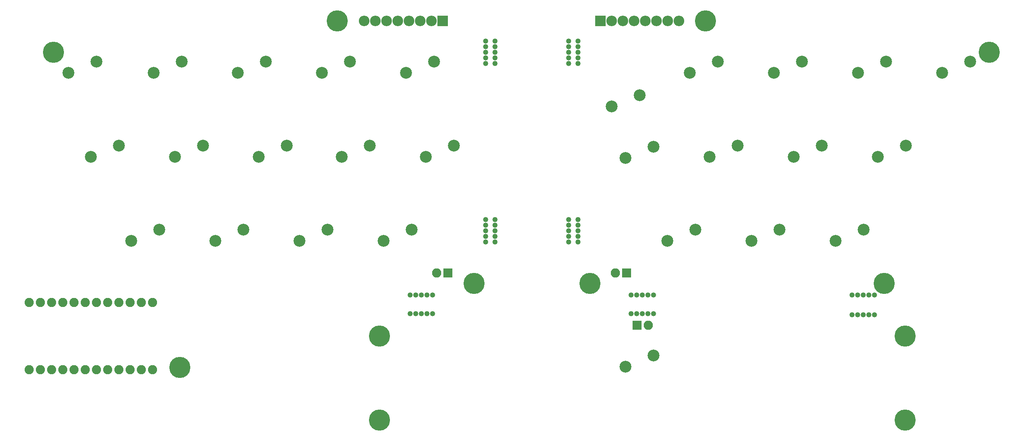
<source format=gts>
G04 #@! TF.GenerationSoftware,KiCad,Pcbnew,(5.1.4)-1*
G04 #@! TF.CreationDate,2021-04-23T00:42:13+10:00*
G04 #@! TF.ProjectId,pain27divided3,7061696e-3237-4646-9976-69646564332e,rev?*
G04 #@! TF.SameCoordinates,Original*
G04 #@! TF.FileFunction,Soldermask,Top*
G04 #@! TF.FilePolarity,Negative*
%FSLAX46Y46*%
G04 Gerber Fmt 4.6, Leading zero omitted, Abs format (unit mm)*
G04 Created by KiCad (PCBNEW (5.1.4)-1) date 2021-04-23 00:42:13*
%MOMM*%
%LPD*%
G04 APERTURE LIST*
%ADD10C,1.187400*%
%ADD11R,2.100000X2.100000*%
%ADD12O,2.100000X2.100000*%
%ADD13C,1.100000*%
%ADD14C,4.800000*%
%ADD15C,2.082800*%
%ADD16O,2.398980X2.398980*%
%ADD17R,2.398980X2.398980*%
%ADD18C,2.686000*%
G04 APERTURE END LIST*
D10*
X178575000Y-45239000D03*
X178575000Y-46509000D03*
X178575000Y-47779000D03*
X178575000Y-43969000D03*
X178575000Y-42699000D03*
X195242000Y-42699000D03*
X195242000Y-43969000D03*
X195242000Y-47779000D03*
X195242000Y-46509000D03*
X195242000Y-45239000D03*
X195242000Y-85716000D03*
X195242000Y-86986000D03*
X195242000Y-88256000D03*
X195242000Y-84446000D03*
X195242000Y-83176000D03*
X178575000Y-83176000D03*
X178575000Y-84446000D03*
X178575000Y-88256000D03*
X178575000Y-86986000D03*
X178575000Y-85716000D03*
D11*
X210750000Y-107150000D03*
D12*
X213290000Y-107150000D03*
D11*
X208358950Y-95250400D03*
D12*
X205818950Y-95250400D03*
D11*
X167878830Y-95250400D03*
D12*
X165338830Y-95250400D03*
D13*
X108323426Y-115515014D03*
X107156700Y-115031740D03*
X105989974Y-115515014D03*
X105506700Y-116681740D03*
X105989974Y-117848466D03*
X107156700Y-118331740D03*
X108323426Y-117848466D03*
X108806700Y-116681740D03*
D14*
X107156700Y-116681740D03*
X173831980Y-97631660D03*
D13*
X175481980Y-97631660D03*
X174998706Y-98798386D03*
X173831980Y-99281660D03*
X172665254Y-98798386D03*
X172181980Y-97631660D03*
X172665254Y-96464934D03*
X173831980Y-95981660D03*
X174998706Y-96464934D03*
X201191266Y-96464934D03*
X200024540Y-95981660D03*
X198857814Y-96464934D03*
X198374540Y-97631660D03*
X198857814Y-98798386D03*
X200024540Y-99281660D03*
X201191266Y-98798386D03*
X201674540Y-97631660D03*
D14*
X200024540Y-97631660D03*
X271434000Y-109526000D03*
D13*
X273084000Y-109526000D03*
X272600726Y-110692726D03*
X271434000Y-111176000D03*
X270267274Y-110692726D03*
X269784000Y-109526000D03*
X270267274Y-108359274D03*
X271434000Y-107876000D03*
X272600726Y-108359274D03*
D14*
X271434000Y-128574000D03*
D13*
X273084000Y-128574000D03*
X272600726Y-129740726D03*
X271434000Y-130224000D03*
X270267274Y-129740726D03*
X269784000Y-128574000D03*
X270267274Y-127407274D03*
X271434000Y-126924000D03*
X272600726Y-127407274D03*
D14*
X152384000Y-128574000D03*
D13*
X154034000Y-128574000D03*
X153550726Y-129740726D03*
X152384000Y-130224000D03*
X151217274Y-129740726D03*
X150734000Y-128574000D03*
X151217274Y-127407274D03*
X152384000Y-126924000D03*
X153550726Y-127407274D03*
D14*
X152384000Y-109526000D03*
D13*
X154034000Y-109526000D03*
X153550726Y-110692726D03*
X152384000Y-111176000D03*
X151217274Y-110692726D03*
X150734000Y-109526000D03*
X151217274Y-108359274D03*
X152384000Y-107876000D03*
X153550726Y-108359274D03*
D14*
X266672000Y-97621000D03*
D13*
X268322000Y-97621000D03*
X267838726Y-98787726D03*
X266672000Y-99271000D03*
X265505274Y-98787726D03*
X265022000Y-97621000D03*
X265505274Y-96454274D03*
X266672000Y-95971000D03*
X267838726Y-96454274D03*
D14*
X290482000Y-45239000D03*
D13*
X292132000Y-45239000D03*
X291648726Y-46405726D03*
X290482000Y-46889000D03*
X289315274Y-46405726D03*
X288832000Y-45239000D03*
X289315274Y-44072274D03*
X290482000Y-43589000D03*
X291648726Y-44072274D03*
D14*
X78573000Y-45239000D03*
D13*
X80223000Y-45239000D03*
X79739726Y-46405726D03*
X78573000Y-46889000D03*
X77406274Y-46405726D03*
X76923000Y-45239000D03*
X77406274Y-44072274D03*
X78573000Y-43589000D03*
X79739726Y-44072274D03*
D14*
X142860000Y-38096000D03*
D13*
X144510000Y-38096000D03*
X144026726Y-39262726D03*
X142860000Y-39746000D03*
X141693274Y-39262726D03*
X141210000Y-38096000D03*
X141693274Y-36929274D03*
X142860000Y-36446000D03*
X144026726Y-36929274D03*
D10*
X261910000Y-100256000D03*
X260640000Y-100256000D03*
X259370000Y-100256000D03*
X263180000Y-100256000D03*
X264450000Y-100256000D03*
X197369000Y-45239000D03*
X197369000Y-43969000D03*
X197369000Y-42699000D03*
X197369000Y-46509000D03*
X197369000Y-47779000D03*
X176448000Y-45239000D03*
X176448000Y-46509000D03*
X176448000Y-47779000D03*
X176448000Y-43969000D03*
X176448000Y-42699000D03*
X197369000Y-85716000D03*
X197369000Y-84446000D03*
X197369000Y-83176000D03*
X197369000Y-86986000D03*
X197369000Y-88256000D03*
X176448000Y-85716000D03*
X176448000Y-86986000D03*
X176448000Y-88256000D03*
X176448000Y-84446000D03*
X176448000Y-83176000D03*
X261910000Y-104764000D03*
X263180000Y-104764000D03*
X264450000Y-104764000D03*
X260640000Y-104764000D03*
X259370000Y-104764000D03*
X211909000Y-100256000D03*
X210639000Y-100256000D03*
X209369000Y-100256000D03*
X213179000Y-100256000D03*
X214449000Y-100256000D03*
X211909000Y-104510000D03*
X213179000Y-104510000D03*
X214449000Y-104510000D03*
X210639000Y-104510000D03*
X209369000Y-104510000D03*
X161908000Y-100256000D03*
X160638000Y-100256000D03*
X159368000Y-100256000D03*
X163178000Y-100256000D03*
X164448000Y-100256000D03*
D15*
X73016000Y-101906000D03*
X75556000Y-101906000D03*
X78096000Y-101906000D03*
X80636000Y-101906000D03*
X83176000Y-101906000D03*
X85716000Y-101906000D03*
X88256000Y-101906000D03*
X90796000Y-101906000D03*
X93336000Y-101906000D03*
X95876000Y-101906000D03*
X98416000Y-101906000D03*
X100956000Y-101906000D03*
X100956000Y-117146000D03*
X98416000Y-117146000D03*
X95876000Y-117146000D03*
X93336000Y-117146000D03*
X90796000Y-117146000D03*
X88256000Y-117146000D03*
X85716000Y-117146000D03*
X83176000Y-117146000D03*
X80636000Y-117146000D03*
X78096000Y-117146000D03*
X75556000Y-117146000D03*
X73016000Y-117146000D03*
D16*
X159050000Y-38096000D03*
D17*
X166670000Y-38096000D03*
D16*
X164130000Y-38096000D03*
X161590000Y-38096000D03*
X156510000Y-38096000D03*
X153970000Y-38096000D03*
X151430000Y-38096000D03*
X148890000Y-38096000D03*
X210005000Y-38096000D03*
D17*
X202385000Y-38096000D03*
D16*
X204925000Y-38096000D03*
X207465000Y-38096000D03*
X212545000Y-38096000D03*
X215085000Y-38096000D03*
X217625000Y-38096000D03*
X220165000Y-38096000D03*
D18*
X88256000Y-47302000D03*
X81906000Y-49842000D03*
X107622000Y-47302000D03*
X101272000Y-49842000D03*
X126670000Y-47302000D03*
X120320000Y-49842000D03*
X145718000Y-47302000D03*
X139368000Y-49842000D03*
X164766000Y-47302000D03*
X158416000Y-49842000D03*
X204925000Y-57462000D03*
X211275000Y-54922000D03*
X229053000Y-47302000D03*
X222703000Y-49842000D03*
X248101000Y-47302000D03*
X241751000Y-49842000D03*
X267149000Y-47302000D03*
X260799000Y-49842000D03*
X286197000Y-47302000D03*
X279847000Y-49842000D03*
X93336000Y-66350000D03*
X86986000Y-68890000D03*
X112384000Y-66350000D03*
X106034000Y-68890000D03*
X131432000Y-66350000D03*
X125082000Y-68890000D03*
X150162000Y-66350000D03*
X143812000Y-68890000D03*
X169210000Y-66350000D03*
X162860000Y-68890000D03*
X214449000Y-66668000D03*
X208099000Y-69208000D03*
X233497000Y-66350000D03*
X227147000Y-68890000D03*
X252545000Y-66350000D03*
X246195000Y-68890000D03*
X271593000Y-66350000D03*
X265243000Y-68890000D03*
X102542000Y-85398000D03*
X96192000Y-87938000D03*
X121590000Y-85398000D03*
X115240000Y-87938000D03*
X140638000Y-85398000D03*
X134288000Y-87938000D03*
X159686000Y-85398000D03*
X153336000Y-87938000D03*
X223973000Y-85398000D03*
X217623000Y-87938000D03*
X243021000Y-85398000D03*
X236671000Y-87938000D03*
X262069000Y-85398000D03*
X255719000Y-87938000D03*
X214449000Y-113970000D03*
X208099000Y-116510000D03*
D10*
X161908000Y-104510000D03*
X163178000Y-104510000D03*
X164448000Y-104510000D03*
X160638000Y-104510000D03*
X159368000Y-104510000D03*
D14*
X226195000Y-38096000D03*
D13*
X227845000Y-38096000D03*
X227361726Y-39262726D03*
X226195000Y-39746000D03*
X225028274Y-39262726D03*
X224545000Y-38096000D03*
X225028274Y-36929274D03*
X226195000Y-36446000D03*
X227361726Y-36929274D03*
M02*

</source>
